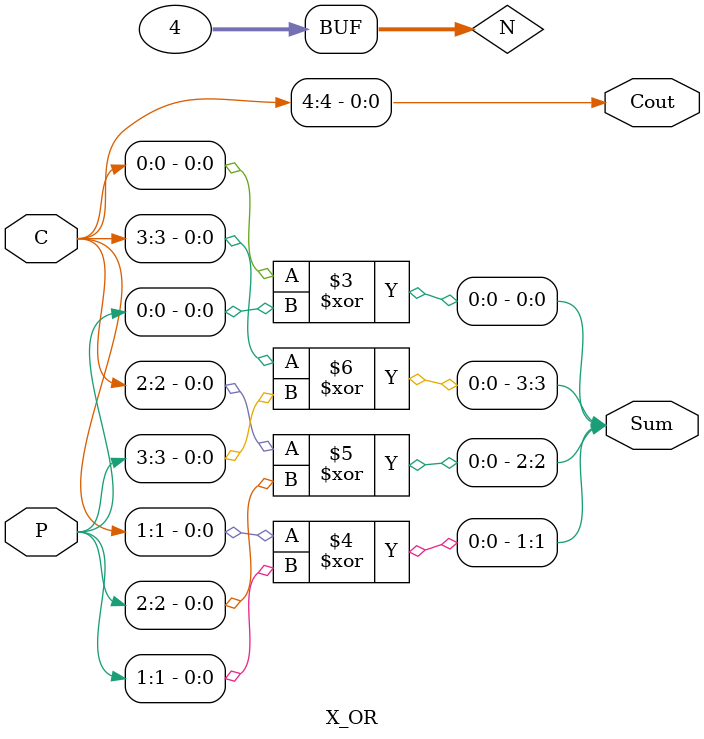
<source format=v>
module X_OR(input [4:0] C, input [3:0]P, output reg [3:0] Sum, output reg Cout);
    
    integer N ;
    
    always @(C, P)
    begin
        Cout = C[4];
        for(N = 0; N < 4; N = N + 1)
            Sum[N] = C[N] ^ P[N];
    end
    
endmodule

</source>
